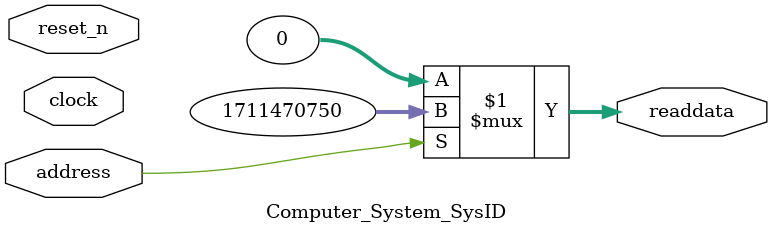
<source format=v>



// synthesis translate_off
`timescale 1ns / 1ps
// synthesis translate_on

// turn off superfluous verilog processor warnings 
// altera message_level Level1 
// altera message_off 10034 10035 10036 10037 10230 10240 10030 

module Computer_System_SysID (
               // inputs:
                address,
                clock,
                reset_n,

               // outputs:
                readdata
             )
;

  output  [ 31: 0] readdata;
  input            address;
  input            clock;
  input            reset_n;

  wire    [ 31: 0] readdata;
  //control_slave, which is an e_avalon_slave
  assign readdata = address ? 1711470750 : 0;

endmodule



</source>
